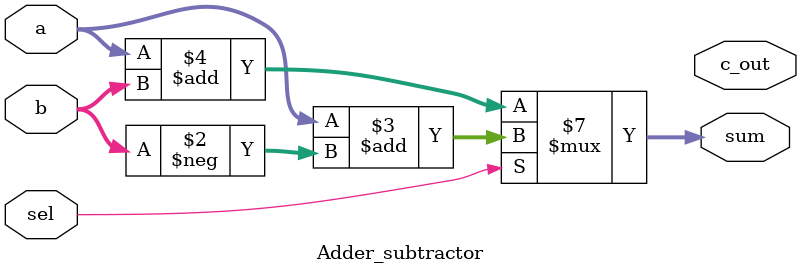
<source format=v>
module Adder_subtractor #(parameter bit_len = 8)(sum, c_out, a, b, sel);
input [bit_len -1 : 0] a, b ;
input sel ;
output reg [bit_len -1 : 0] sum ;
output c_out ;
reg [bit_len -1 : 0] b_mod ;

always @(*)
begin
    if (sel)
    begin
        b_mod = -b ;
        sum = a + b_mod ;
    end
    else
    begin 
        b_mod = b ;
        sum = a + b ;
    end
    if (sum[bit_len -1] != b_mod [bit_len - 1])
    begin 
        $monitor("Overflow has occured");
    end  

end

endmodule



</source>
